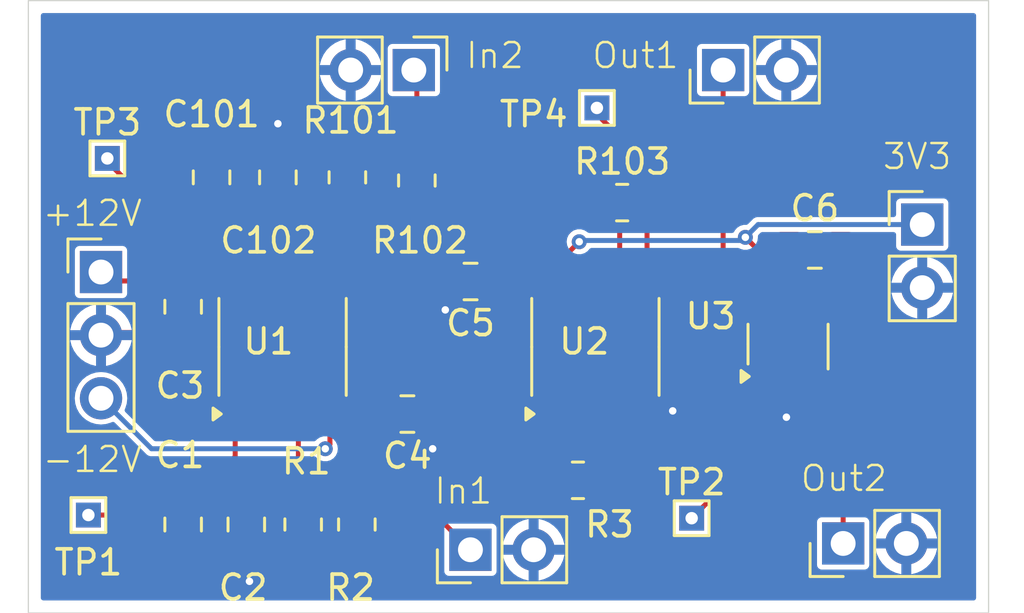
<source format=kicad_pcb>
(kicad_pcb (version 20240108) (generator "pcbnew") (generator_version "8.0")
  (layers (0 "F.Cu" signal) (31 "B.Cu" signal) (34 "B.Paste" user) (35 "F.Paste" user) (36 "B.SilkS" user "B.Silkscreen") (37 "F.SilkS" user "F.Silkscreen") (38 "B.Mask" user) (39 "F.Mask" user) (44 "Edge.Cuts" user))
  (net 0 "")
  (net 1 "Net-(C1-Pad1)")
  (net 2 "GND")
  (net 3 "Net-(U1A-+)")
  (net 4 "Net-(C101-Pad1)")
  (net 5 "Net-(U1B-+)")
  (net 6 "+12V")
  (net 7 "Net-(U2A-+)")
  (net 8 "Net-(U2B-+)")
  (net 9 "-12V")
  (net 10 "+3.3V")
  (net 11 "/Out1")
  (net 12 "/In2")
  (net 13 "/NFB1A")
  (net 14 "/NFB1B")
  (net 15 "/Clamp1")
  (net 16 "/Clamp2")
  (net 17 "/In1")
  (net 18 "/Out2")
  (footprint "Capacitor_SMD:C_0805_2012Metric_Pad1.18x1.45mm_HandSolder" (layer "F.Cu") (at 108.712 83.185 180)
    (property "Reference" "C4" (at 0 -1.68 0) (layer "F.SilkS"))
    (property "Value" "100nF")
    (fp_line (start -0.261252 0.735) (end 0.261252 0.735) (stroke (width 0.12)) (layer "F.SilkS"))
    (fp_line (start -0.261252 -0.735) (end 0.261252 -0.735) (stroke (width 0.12)) (layer "F.SilkS"))
    (pad "1" smd roundrect (at -1.0375 0 180) (size 1.175 1.45) (layers "F.Cu" "F.Paste" "F.Mask") (roundrect_rratio 0.212766) (net 2 "GND"))
    (pad "2" smd roundrect (at 1.0375 0 180) (size 1.175 1.45) (layers "F.Cu" "F.Paste" "F.Mask") (roundrect_rratio 0.212766) (net 9 "-12V"))
  )
  (footprint "Capacitor_SMD:C_0805_2012Metric_Pad1.18x1.45mm_HandSolder" (layer "F.Cu") (at 103.505 73.66 -90)
    (property "Reference" "C102" (at 2.54 0.381 180) (layer "F.SilkS"))
    (property "Value" "220pF")
    (fp_line (start -0.261252 0.735) (end 0.261252 0.735) (stroke (width 0.12)) (layer "F.SilkS"))
    (fp_line (start -0.261252 -0.735) (end 0.261252 -0.735) (stroke (width 0.12)) (layer "F.SilkS"))
    (pad "1" smd roundrect (at -1.0375 0 270) (size 1.175 1.45) (layers "F.Cu" "F.Paste" "F.Mask") (roundrect_rratio 0.212766) (net 2 "GND"))
    (pad "2" smd roundrect (at 1.0375 0 270) (size 1.175 1.45) (layers "F.Cu" "F.Paste" "F.Mask") (roundrect_rratio 0.212766) (net 5 "Net-(U1B-+)"))
  )
  (footprint "Capacitor_SMD:C_0805_2012Metric_Pad1.18x1.45mm_HandSolder" (layer "F.Cu") (at 99.695 87.63 90)
    (property "Reference" "C1" (at 2.794 -0.127 180) (layer "F.SilkS"))
    (property "Value" "470pF")
    (fp_line (start -0.261252 -0.735) (end 0.261252 -0.735) (stroke (width 0.12)) (layer "F.SilkS"))
    (fp_line (start -0.261252 0.735) (end 0.261252 0.735) (stroke (width 0.12)) (layer "F.SilkS"))
    (pad "1" smd roundrect (at -1.0375 0 90) (size 1.175 1.45) (layers "F.Cu" "F.Paste" "F.Mask") (roundrect_rratio 0.212766) (net 1 "Net-(C1-Pad1)"))
    (pad "2" smd roundrect (at 1.0375 0 90) (size 1.175 1.45) (layers "F.Cu" "F.Paste" "F.Mask") (roundrect_rratio 0.212766) (net 13 "/NFB1A"))
  )
  (footprint "Connector_PinHeader_2.54mm:PinHeader_1x02_P2.54mm_Vertical" (layer "F.Cu") (at 108.971 69.342 -90)
    (property "Reference" "J4" (hide yes))
    (property "Value" "In")
    (fp_line (start -1.33 3.87) (end 1.33 3.87) (stroke (width 0.12)) (layer "F.SilkS"))
    (fp_line (start -1.33 1.27) (end -1.33 3.87) (stroke (width 0.12)) (layer "F.SilkS"))
    (fp_line (start -1.33 1.27) (end 1.33 1.27) (stroke (width 0.12)) (layer "F.SilkS"))
    (fp_line (start 1.33 1.27) (end 1.33 3.87) (stroke (width 0.12)) (layer "F.SilkS"))
    (fp_line (start -1.33 0) (end -1.33 -1.33) (stroke (width 0.12)) (layer "F.SilkS"))
    (fp_line (start -1.33 -1.33) (end 0 -1.33) (stroke (width 0.12)) (layer "F.SilkS"))
    (pad "1" thru_hole rect (at 0 0 270) (size 1.7 1.7) (drill 1) (layers "*.Cu" "*.Mask") (net 12 "/In2"))
    (pad "2" thru_hole oval (at 0 2.54 270) (size 1.7 1.7) (drill 1) (layers "*.Cu" "*.Mask") (net 2 "GND"))
  )
  (footprint "Connector_PinHeader_2.54mm:PinHeader_1x02_P2.54mm_Vertical" (layer "F.Cu") (at 121.407 69.342 90)
    (property "Reference" "J3" (hide yes))
    (property "Value" "Out")
    (fp_line (start -1.33 -1.33) (end 0 -1.33) (stroke (width 0.12)) (layer "F.SilkS"))
    (fp_line (start -1.33 0) (end -1.33 -1.33) (stroke (width 0.12)) (layer "F.SilkS"))
    (fp_line (start 1.33 1.27) (end 1.33 3.87) (stroke (width 0.12)) (layer "F.SilkS"))
    (fp_line (start -1.33 1.27) (end 1.33 1.27) (stroke (width 0.12)) (layer "F.SilkS"))
    (fp_line (start -1.33 1.27) (end -1.33 3.87) (stroke (width 0.12)) (layer "F.SilkS"))
    (fp_line (start -1.33 3.87) (end 1.33 3.87) (stroke (width 0.12)) (layer "F.SilkS"))
    (pad "1" thru_hole rect (at 0 0 90) (size 1.7 1.7) (drill 1) (layers "*.Cu" "*.Mask") (net 11 "/Out1"))
    (pad "2" thru_hole oval (at 0 2.54 90) (size 1.7 1.7) (drill 1) (layers "*.Cu" "*.Mask") (net 2 "GND"))
  )
  (footprint "TestPoint:TestPoint_THTPad_1.0x1.0mm_Drill0.5mm" (layer "F.Cu") (at 116.332 70.866)
    (property "Reference" "TP4" (at -2.54 0.254 0) (layer "F.SilkS"))
    (property "Value" "TestPoint")
    (fp_line (start -0.7 -0.7) (end 0.7 -0.7) (stroke (width 0.12)) (layer "F.SilkS"))
    (fp_line (start -0.7 0.7) (end -0.7 -0.7) (stroke (width 0.12)) (layer "F.SilkS"))
    (fp_line (start 0.7 -0.7) (end 0.7 0.7) (stroke (width 0.12)) (layer "F.SilkS"))
    (fp_line (start 0.7 0.7) (end -0.7 0.7) (stroke (width 0.12)) (layer "F.SilkS"))
    (pad "1" thru_hole rect (at 0 0) (size 1 1) (drill 0.5) (layers "*.Cu" "*.Mask") (net 16 "/Clamp2"))
  )
  (footprint "Capacitor_SMD:C_0805_2012Metric_Pad1.18x1.45mm_HandSolder" (layer "F.Cu") (at 102.235 87.63 90)
    (property "Reference" "C2" (at -2.54 -0.127 180) (layer "F.SilkS"))
    (property "Value" "220pF")
    (fp_line (start -0.261252 -0.735) (end 0.261252 -0.735) (stroke (width 0.12)) (layer "F.SilkS"))
    (fp_line (start -0.261252 0.735) (end 0.261252 0.735) (stroke (width 0.12)) (layer "F.SilkS"))
    (pad "1" smd roundrect (at -1.0375 0 90) (size 1.175 1.45) (layers "F.Cu" "F.Paste" "F.Mask") (roundrect_rratio 0.212766) (net 2 "GND"))
    (pad "2" smd roundrect (at 1.0375 0 90) (size 1.175 1.45) (layers "F.Cu" "F.Paste" "F.Mask") (roundrect_rratio 0.212766) (net 3 "Net-(U1A-+)"))
  )
  (footprint "Resistor_SMD:R_0805_2012Metric_Pad1.20x1.40mm_HandSolder" (layer "F.Cu") (at 104.521 87.63 90)
    (property "Reference" "R1" (at 2.54 0.127 180) (layer "F.SilkS"))
    (property "Value" "47k")
    (fp_line (start -0.227064 -0.735) (end 0.227064 -0.735) (stroke (width 0.12)) (layer "F.SilkS"))
    (fp_line (start -0.227064 0.735) (end 0.227064 0.735) (stroke (width 0.12)) (layer "F.SilkS"))
    (pad "1" smd roundrect (at -1 0 90) (size 1.2 1.4) (layers "F.Cu" "F.Paste" "F.Mask") (roundrect_rratio 0.208333) (net 1 "Net-(C1-Pad1)"))
    (pad "2" smd roundrect (at 1 0 90) (size 1.2 1.4) (layers "F.Cu" "F.Paste" "F.Mask") (roundrect_rratio 0.208333) (net 3 "Net-(U1A-+)"))
  )
  (footprint "Capacitor_SMD:C_0805_2012Metric_Pad1.18x1.45mm_HandSolder" (layer "F.Cu") (at 125.095 76.581)
    (property "Reference" "C6" (at 0 -1.68 0) (layer "F.SilkS"))
    (property "Value" "100nF")
    (fp_line (start -0.261252 -0.735) (end 0.261252 -0.735) (stroke (width 0.12)) (layer "F.SilkS"))
    (fp_line (start -0.261252 0.735) (end 0.261252 0.735) (stroke (width 0.12)) (layer "F.SilkS"))
    (pad "1" smd roundrect (at -1.0375 0) (size 1.175 1.45) (layers "F.Cu" "F.Paste" "F.Mask") (roundrect_rratio 0.212766) (net 10 "+3.3V"))
    (pad "2" smd roundrect (at 1.0375 0) (size 1.175 1.45) (layers "F.Cu" "F.Paste" "F.Mask") (roundrect_rratio 0.212766) (net 2 "GND"))
  )
  (footprint "TestPoint:TestPoint_THTPad_1.0x1.0mm_Drill0.5mm" (layer "F.Cu") (at 120.142 87.376)
    (property "Reference" "TP2" (at 0 -1.448 0) (layer "F.SilkS"))
    (property "Value" "TestPoint")
    (fp_line (start -0.7 -0.7) (end 0.7 -0.7) (stroke (width 0.12)) (layer "F.SilkS"))
    (fp_line (start -0.7 0.7) (end -0.7 -0.7) (stroke (width 0.12)) (layer "F.SilkS"))
    (fp_line (start 0.7 -0.7) (end 0.7 0.7) (stroke (width 0.12)) (layer "F.SilkS"))
    (fp_line (start 0.7 0.7) (end -0.7 0.7) (stroke (width 0.12)) (layer "F.SilkS"))
    (pad "1" thru_hole rect (at 0 0) (size 1 1) (drill 0.5) (layers "*.Cu" "*.Mask") (net 15 "/Clamp1"))
  )
  (footprint "Package_SO:SOIC-8_3.9x4.9mm_P1.27mm" (layer "F.Cu") (at 116.271 80.483 90)
    (property "Reference" "U2" (at 0.219 -0.447 180) (layer "F.SilkS"))
    (property "Value" "OPA2365")
    (fp_line (start 0 -2.56) (end 1.95 -2.56) (stroke (width 0.12)) (layer "F.SilkS"))
    (fp_line (start 0 -2.56) (end -1.95 -2.56) (stroke (width 0.12)) (layer "F.SilkS"))
    (fp_line (start 0 2.56) (end 1.95 2.56) (stroke (width 0.12)) (layer "F.SilkS"))
    (fp_line (start 0 2.56) (end -1.95 2.56) (stroke (width 0.12)) (layer "F.SilkS"))
    (fp_poly (pts (xy -2.7 -2.465) (xy -2.94 -2.795) (xy -2.46 -2.795) (xy -2.7 -2.465)) (stroke (width 0.12)) (fill solid) (layer "F.SilkS"))
    (pad "1" smd roundrect (at -2.475 -1.905 90) (size 1.95 0.6) (layers "F.Cu" "F.Paste" "F.Mask") (net 15 "/Clamp1"))
    (pad "2" smd roundrect (at -2.475 -0.635 90) (size 1.95 0.6) (layers "F.Cu" "F.Paste" "F.Mask") (net 15 "/Clamp1"))
    (pad "3" smd roundrect (at -2.475 0.635 90) (size 1.95 0.6) (layers "F.Cu" "F.Paste" "F.Mask") (net 7 "Net-(U2A-+)"))
    (pad "4" smd roundrect (at -2.475 1.905 90) (size 1.95 0.6) (layers "F.Cu" "F.Paste" "F.Mask") (net 2 "GND"))
    (pad "5" smd roundrect (at 2.475 1.905 90) (size 1.95 0.6) (layers "F.Cu" "F.Paste" "F.Mask") (net 8 "Net-(U2B-+)"))
    (pad "6" smd roundrect (at 2.475 0.635 90) (size 1.95 0.6) (layers "F.Cu" "F.Paste" "F.Mask") (net 16 "/Clamp2"))
    (pad "7" smd roundrect (at 2.475 -0.635 90) (size 1.95 0.6) (layers "F.Cu" "F.Paste" "F.Mask") (net 16 "/Clamp2"))
    (pad "8" smd roundrect (at 2.475 -1.905 90) (size 1.95 0.6) (layers "F.Cu" "F.Paste" "F.Mask") (net 10 "+3.3V"))
  )
  (footprint "Connector_PinHeader_2.54mm:PinHeader_1x03_P2.54mm_Vertical" (layer "F.Cu") (at 96.393 77.47)
    (property "Reference" "J1" (hide yes))
    (property "Value" "12V power")
    (fp_line (start -1.33 -1.33) (end 0 -1.33) (stroke (width 0.12)) (layer "F.SilkS"))
    (fp_line (start -1.33 0) (end -1.33 -1.33) (stroke (width 0.12)) (layer "F.SilkS"))
    (fp_line (start -1.33 1.27) (end -1.33 6.41) (stroke (width 0.12)) (layer "F.SilkS"))
    (fp_line (start -1.33 1.27) (end 1.33 1.27) (stroke (width 0.12)) (layer "F.SilkS"))
    (fp_line (start -1.33 6.41) (end 1.33 6.41) (stroke (width 0.12)) (layer "F.SilkS"))
    (fp_line (start 1.33 1.27) (end 1.33 6.41) (stroke (width 0.12)) (layer "F.SilkS"))
    (pad "1" thru_hole rect (at 0 0) (size 1.7 1.7) (drill 1) (layers "*.Cu" "*.Mask") (net 6 "+12V"))
    (pad "2" thru_hole oval (at 0 2.54) (size 1.7 1.7) (drill 1) (layers "*.Cu" "*.Mask") (net 2 "GND"))
    (pad "3" thru_hole oval (at 0 5.08) (size 1.7 1.7) (drill 1) (layers "*.Cu" "*.Mask") (net 9 "-12V"))
  )
  (footprint "Resistor_SMD:R_0805_2012Metric_Pad1.20x1.40mm_HandSolder" (layer "F.Cu") (at 115.57 85.852)
    (property "Reference" "R3" (at 1.27 1.778 0) (layer "F.SilkS"))
    (property "Value" "2k")
    (fp_line (start -0.227064 -0.735) (end 0.227064 -0.735) (stroke (width 0.12)) (layer "F.SilkS"))
    (fp_line (start -0.227064 0.735) (end 0.227064 0.735) (stroke (width 0.12)) (layer "F.SilkS"))
    (pad "1" smd roundrect (at -1 0) (size 1.2 1.4) (layers "F.Cu" "F.Paste" "F.Mask") (roundrect_rratio 0.208333) (net 13 "/NFB1A"))
    (pad "2" smd roundrect (at 1 0) (size 1.2 1.4) (layers "F.Cu" "F.Paste" "F.Mask") (roundrect_rratio 0.208333) (net 7 "Net-(U2A-+)"))
  )
  (footprint "Capacitor_SMD:C_0805_2012Metric_Pad1.18x1.45mm_HandSolder" (layer "F.Cu") (at 111.252 77.851 180)
    (property "Reference" "C5" (at 0 -1.68 0) (layer "F.SilkS"))
    (property "Value" "100nF")
    (fp_line (start -0.261252 0.735) (end 0.261252 0.735) (stroke (width 0.12)) (layer "F.SilkS"))
    (fp_line (start -0.261252 -0.735) (end 0.261252 -0.735) (stroke (width 0.12)) (layer "F.SilkS"))
    (pad "1" smd roundrect (at -1.0375 0 180) (size 1.175 1.45) (layers "F.Cu" "F.Paste" "F.Mask") (roundrect_rratio 0.212766) (net 10 "+3.3V"))
    (pad "2" smd roundrect (at 1.0375 0 180) (size 1.175 1.45) (layers "F.Cu" "F.Paste" "F.Mask") (roundrect_rratio 0.212766) (net 2 "GND"))
  )
  (footprint "Connector_PinHeader_2.54mm:PinHeader_1x02_P2.54mm_Vertical" (layer "F.Cu") (at 126.233 88.392 90)
    (property "Reference" "J6" (hide yes))
    (property "Value" "Out")
    (fp_line (start -1.33 -1.33) (end 0 -1.33) (stroke (width 0.12)) (layer "F.SilkS"))
    (fp_line (start -1.33 0) (end -1.33 -1.33) (stroke (width 0.12)) (layer "F.SilkS"))
    (fp_line (start 1.33 1.27) (end 1.33 3.87) (stroke (width 0.12)) (layer "F.SilkS"))
    (fp_line (start -1.33 1.27) (end 1.33 1.27) (stroke (width 0.12)) (layer "F.SilkS"))
    (fp_line (start -1.33 1.27) (end -1.33 3.87) (stroke (width 0.12)) (layer "F.SilkS"))
    (fp_line (start -1.33 3.87) (end 1.33 3.87) (stroke (width 0.12)) (layer "F.SilkS"))
    (pad "1" thru_hole rect (at 0 0 90) (size 1.7 1.7) (drill 1) (layers "*.Cu" "*.Mask") (net 18 "/Out2"))
    (pad "2" thru_hole oval (at 0 2.54 90) (size 1.7 1.7) (drill 1) (layers "*.Cu" "*.Mask") (net 2 "GND"))
  )
  (footprint "Resistor_SMD:R_0805_2012Metric_Pad1.20x1.40mm_HandSolder" (layer "F.Cu") (at 106.68 87.63 -90)
    (property "Reference" "R2" (at 2.54 0.254 180) (layer "F.SilkS"))
    (property "Value" "47k")
    (fp_line (start -0.227064 0.735) (end 0.227064 0.735) (stroke (width 0.12)) (layer "F.SilkS"))
    (fp_line (start -0.227064 -0.735) (end 0.227064 -0.735) (stroke (width 0.12)) (layer "F.SilkS"))
    (pad "1" smd roundrect (at -1 0 270) (size 1.2 1.4) (layers "F.Cu" "F.Paste" "F.Mask") (roundrect_rratio 0.208333) (net 17 "/In1"))
    (pad "2" smd roundrect (at 1 0 270) (size 1.2 1.4) (layers "F.Cu" "F.Paste" "F.Mask") (roundrect_rratio 0.208333) (net 1 "Net-(C1-Pad1)"))
  )
  (footprint "Package_TO_SOT_SMD:SOT-23-6_Handsoldering" (layer "F.Cu") (at 124.018 80.471 90)
    (property "Reference" "U3" (at 1.223 -3.114 180) (layer "F.SilkS"))
    (property "Value" "74LVC2G17")
    (fp_line (start 0.1 -1.61) (end 0.9 -1.61) (stroke (width 0.12)) (layer "F.SilkS"))
    (fp_line (start 0.1 -1.61) (end -0.7 -1.61) (stroke (width 0.12)) (layer "F.SilkS"))
    (fp_line (start -0.9 1.61) (end 0.9 1.61) (stroke (width 0.12)) (layer "F.SilkS"))
    (fp_poly (pts (xy -1.2 -1.56) (xy -1.44 -1.89) (xy -0.96 -1.89) (xy -1.2 -1.56)) (stroke (width 0.12)) (fill solid) (layer "F.SilkS"))
    (pad "1" smd roundrect (at -1.35 -0.95 90) (size 1.56 0.65) (layers "F.Cu" "F.Paste" "F.Mask") (net 15 "/Clamp1"))
    (pad "2" smd roundrect (at -1.35 0 90) (size 1.56 0.65) (layers "F.Cu" "F.Paste" "F.Mask") (net 2 "GND"))
    (pad "3" smd roundrect (at -1.35 0.95 90) (size 1.56 0.65) (layers "F.Cu" "F.Paste" "F.Mask") (net 16 "/Clamp2"))
    (pad "4" smd roundrect (at 1.35 0.95 90) (size 1.56 0.65) (layers "F.Cu" "F.Paste" "F.Mask") (net 18 "/Out2"))
    (pad "5" smd roundrect (at 1.35 0 90) (size 1.56 0.65) (layers "F.Cu" "F.Paste" "F.Mask") (net 10 "+3.3V"))
    (pad "6" smd roundrect (at 1.35 -0.95 90) (size 1.56 0.65) (layers "F.Cu" "F.Paste" "F.Mask") (net 11 "/Out1"))
  )
  (footprint "Resistor_SMD:R_0805_2012Metric_Pad1.20x1.40mm_HandSolder" (layer "F.Cu") (at 106.299 73.66 -90)
    (property "Reference" "R101" (at -2.286 -0.127 180) (layer "F.SilkS"))
    (property "Value" "47k")
    (fp_line (start -0.227064 0.735) (end 0.227064 0.735) (stroke (width 0.12)) (layer "F.SilkS"))
    (fp_line (start -0.227064 -0.735) (end 0.227064 -0.735) (stroke (width 0.12)) (layer "F.SilkS"))
    (pad "1" smd roundrect (at -1 0 270) (size 1.2 1.4) (layers "F.Cu" "F.Paste" "F.Mask") (roundrect_rratio 0.208333) (net 4 "Net-(C101-Pad1)"))
    (pad "2" smd roundrect (at 1 0 270) (size 1.2 1.4) (layers "F.Cu" "F.Paste" "F.Mask") (roundrect_rratio 0.208333) (net 5 "Net-(U1B-+)"))
  )
  (footprint "TestPoint:TestPoint_THTPad_1.0x1.0mm_Drill0.5mm" (layer "F.Cu") (at 95.885 87.249)
    (property "Reference" "TP1" (at 0 1.905 0) (layer "F.SilkS"))
    (property "Value" "TestPoint")
    (fp_line (start -0.7 -0.7) (end 0.7 -0.7) (stroke (width 0.12)) (layer "F.SilkS"))
    (fp_line (start -0.7 0.7) (end -0.7 -0.7) (stroke (width 0.12)) (layer "F.SilkS"))
    (fp_line (start 0.7 -0.7) (end 0.7 0.7) (stroke (width 0.12)) (layer "F.SilkS"))
    (fp_line (start 0.7 0.7) (end -0.7 0.7) (stroke (width 0.12)) (layer "F.SilkS"))
    (pad "1" thru_hole rect (at 0 0) (size 1 1) (drill 0.5) (layers "*.Cu" "*.Mask") (net 13 "/NFB1A"))
  )
  (footprint "Capacitor_SMD:C_0805_2012Metric_Pad1.18x1.45mm_HandSolder" (layer "F.Cu") (at 99.695 78.867 -90)
    (property "Reference" "C3" (at 3.175 0.127 180) (layer "F.SilkS"))
    (property "Value" "100nF")
    (fp_line (start -0.261252 0.735) (end 0.261252 0.735) (stroke (width 0.12)) (layer "F.SilkS"))
    (fp_line (start -0.261252 -0.735) (end 0.261252 -0.735) (stroke (width 0.12)) (layer "F.SilkS"))
    (pad "1" smd roundrect (at -1.0375 0 270) (size 1.175 1.45) (layers "F.Cu" "F.Paste" "F.Mask") (roundrect_rratio 0.212766) (net 6 "+12V"))
    (pad "2" smd roundrect (at 1.0375 0 270) (size 1.175 1.45) (layers "F.Cu" "F.Paste" "F.Mask") (roundrect_rratio 0.212766) (net 2 "GND"))
  )
  (footprint "Connector_PinHeader_2.54mm:PinHeader_1x02_P2.54mm_Vertical" (layer "F.Cu") (at 111.247 88.646 90)
    (property "Reference" "J5" (hide yes))
    (property "Value" "In")
    (fp_line (start -1.33 -1.33) (end 0 -1.33) (stroke (width 0.12)) (layer "F.SilkS"))
    (fp_line (start -1.33 0) (end -1.33 -1.33) (stroke (width 0.12)) (layer "F.SilkS"))
    (fp_line (start 1.33 1.27) (end 1.33 3.87) (stroke (width 0.12)) (layer "F.SilkS"))
    (fp_line (start -1.33 1.27) (end 1.33 1.27) (stroke (width 0.12)) (layer "F.SilkS"))
    (fp_line (start -1.33 1.27) (end -1.33 3.87) (stroke (width 0.12)) (layer "F.SilkS"))
    (fp_line (start -1.33 3.87) (end 1.33 3.87) (stroke (width 0.12)) (layer "F.SilkS"))
    (pad "1" thru_hole rect (at 0 0 90) (size 1.7 1.7) (drill 1) (layers "*.Cu" "*.Mask") (net 17 "/In1"))
    (pad "2" thru_hole oval (at 0 2.54 90) (size 1.7 1.7) (drill 1) (layers "*.Cu" "*.Mask") (net 2 "GND"))
  )
  (footprint "Connector_PinHeader_2.54mm:PinHeader_1x02_P2.54mm_Vertical" (layer "F.Cu") (at 129.413 75.56)
    (property "Reference" "J2" (hide yes))
    (property "Value" "3V3 Power")
    (fp_line (start -1.33 -1.33) (end 0 -1.33) (stroke (width 0.12)) (layer "F.SilkS"))
    (fp_line (start -1.33 0) (end -1.33 -1.33) (stroke (width 0.12)) (layer "F.SilkS"))
    (fp_line (start -1.33 1.27) (end -1.33 3.87) (stroke (width 0.12)) (layer "F.SilkS"))
    (fp_line (start -1.33 1.27) (end 1.33 1.27) (stroke (width 0.12)) (layer "F.SilkS"))
    (fp_line (start -1.33 3.87) (end 1.33 3.87) (stroke (width 0.12)) (layer "F.SilkS"))
    (fp_line (start 1.33 1.27) (end 1.33 3.87) (stroke (width 0.12)) (layer "F.SilkS"))
    (pad "1" thru_hole rect (at 0 0) (size 1.7 1.7) (drill 1) (layers "*.Cu" "*.Mask") (net 10 "+3.3V"))
    (pad "2" thru_hole oval (at 0 2.54) (size 1.7 1.7) (drill 1) (layers "*.Cu" "*.Mask") (net 2 "GND"))
  )
  (footprint "Package_SO:SOIC-8_3.9x4.9mm_P1.27mm" (layer "F.Cu") (at 103.693 80.483 90)
    (property "Reference" "U1" (at 0.219 -0.569 180) (layer "F.SilkS"))
    (property "Value" "TL072")
    (fp_line (start 0 -2.56) (end 1.95 -2.56) (stroke (width 0.12)) (layer "F.SilkS"))
    (fp_line (start 0 -2.56) (end -1.95 -2.56) (stroke (width 0.12)) (layer "F.SilkS"))
    (fp_line (start 0 2.56) (end 1.95 2.56) (stroke (width 0.12)) (layer "F.SilkS"))
    (fp_line (start 0 2.56) (end -1.95 2.56) (stroke (width 0.12)) (layer "F.SilkS"))
    (fp_poly (pts (xy -2.7 -2.465) (xy -2.94 -2.795) (xy -2.46 -2.795) (xy -2.7 -2.465)) (stroke (width 0.12)) (fill solid) (layer "F.SilkS"))
    (pad "1" smd roundrect (at -2.475 -1.905 90) (size 1.95 0.6) (layers "F.Cu" "F.Paste" "F.Mask") (net 13 "/NFB1A"))
    (pad "2" smd roundrect (at -2.475 -0.635 90) (size 1.95 0.6) (layers "F.Cu" "F.Paste" "F.Mask") (net 13 "/NFB1A"))
    (pad "3" smd roundrect (at -2.475 0.635 90) (size 1.95 0.6) (layers "F.Cu" "F.Paste" "F.Mask") (net 3 "Net-(U1A-+)"))
    (pad "4" smd roundrect (at -2.475 1.905 90) (size 1.95 0.6) (layers "F.Cu" "F.Paste" "F.Mask") (net 9 "-12V"))
    (pad "5" smd roundrect (at 2.475 1.905 90) (size 1.95 0.6) (layers "F.Cu" "F.Paste" "F.Mask") (net 5 "Net-(U1B-+)"))
    (pad "6" smd roundrect (at 2.475 0.635 90) (size 1.95 0.6) (layers "F.Cu" "F.Paste" "F.Mask") (net 14 "/NFB1B"))
    (pad "7" smd roundrect (at 2.475 -0.635 90) (size 1.95 0.6) (layers "F.Cu" "F.Paste" "F.Mask") (net 14 "/NFB1B"))
    (pad "8" smd roundrect (at 2.475 -1.905 90) (size 1.95 0.6) (layers "F.Cu" "F.Paste" "F.Mask") (net 6 "+12V"))
  )
  (footprint "Resistor_SMD:R_0805_2012Metric_Pad1.20x1.40mm_HandSolder" (layer "F.Cu") (at 117.348 74.676)
    (property "Reference" "R103" (at 0 -1.65 0) (layer "F.SilkS"))
    (property "Value" "2k")
    (fp_line (start -0.227064 -0.735) (end 0.227064 -0.735) (stroke (width 0.12)) (layer "F.SilkS"))
    (fp_line (start -0.227064 0.735) (end 0.227064 0.735) (stroke (width 0.12)) (layer "F.SilkS"))
    (pad "1" smd roundrect (at -1 0) (size 1.2 1.4) (layers "F.Cu" "F.Paste" "F.Mask") (roundrect_rratio 0.208333) (net 14 "/NFB1B"))
    (pad "2" smd roundrect (at 1 0) (size 1.2 1.4) (layers "F.Cu" "F.Paste" "F.Mask") (roundrect_rratio 0.208333) (net 8 "Net-(U2B-+)"))
  )
  (footprint "Resistor_SMD:R_0805_2012Metric_Pad1.20x1.40mm_HandSolder" (layer "F.Cu") (at 109.093 73.787 -90)
    (property "Reference" "R102" (at 2.413 -0.127 180) (layer "F.SilkS"))
    (property "Value" "47k")
    (fp_line (start -0.227064 0.735) (end 0.227064 0.735) (stroke (width 0.12)) (layer "F.SilkS"))
    (fp_line (start -0.227064 -0.735) (end 0.227064 -0.735) (stroke (width 0.12)) (layer "F.SilkS"))
    (pad "1" smd roundrect (at -1 0 270) (size 1.2 1.4) (layers "F.Cu" "F.Paste" "F.Mask") (roundrect_rratio 0.208333) (net 12 "/In2"))
    (pad "2" smd roundrect (at 1 0 270) (size 1.2 1.4) (layers "F.Cu" "F.Paste" "F.Mask") (roundrect_rratio 0.208333) (net 4 "Net-(C101-Pad1)"))
  )
  (footprint "TestPoint:TestPoint_THTPad_1.0x1.0mm_Drill0.5mm" (layer "F.Cu") (at 96.647 72.898)
    (property "Reference" "TP3" (at 0 -1.448 0) (layer "F.SilkS"))
    (property "Value" "TestPoint")
    (fp_line (start -0.7 -0.7) (end 0.7 -0.7) (stroke (width 0.12)) (layer "F.SilkS"))
    (fp_line (start -0.7 0.7) (end -0.7 -0.7) (stroke (width 0.12)) (layer "F.SilkS"))
    (fp_line (start 0.7 -0.7) (end 0.7 0.7) (stroke (width 0.12)) (layer "F.SilkS"))
    (fp_line (start 0.7 0.7) (end -0.7 0.7) (stroke (width 0.12)) (layer "F.SilkS"))
    (pad "1" thru_hole rect (at 0 0) (size 1 1) (drill 0.5) (layers "*.Cu" "*.Mask") (net 14 "/NFB1B"))
  )
  (footprint "Capacitor_SMD:C_0805_2012Metric_Pad1.18x1.45mm_HandSolder" (layer "F.Cu") (at 100.838 73.66 -90)
    (property "Reference" "C101" (at -2.54 0 180) (layer "F.SilkS"))
    (property "Value" "470pF")
    (fp_line (start -0.261252 0.735) (end 0.261252 0.735) (stroke (width 0.12)) (layer "F.SilkS"))
    (fp_line (start -0.261252 -0.735) (end 0.261252 -0.735) (stroke (width 0.12)) (layer "F.SilkS"))
    (pad "1" smd roundrect (at -1.0375 0 270) (size 1.175 1.45) (layers "F.Cu" "F.Paste" "F.Mask") (roundrect_rratio 0.212766) (net 4 "Net-(C101-Pad1)"))
    (pad "2" smd roundrect (at 1.0375 0 270) (size 1.175 1.45) (layers "F.Cu" "F.Paste" "F.Mask") (roundrect_rratio 0.212766) (net 14 "/NFB1B"))
  )
  (gr_rect (start 93.472 66.548) (end 132.08 91.186) (stroke (width 0.05)) (fill none) (layer "Edge.Cuts"))
  (gr_text "-12V" (at 93.98 85.598 0) (layer "F.SilkS") (effects (font (size 1 1) (thickness 0.1)) (justify left bottom)))
  (gr_text "3V3" (at 127.762 73.406 0) (layer "F.SilkS") (effects (font (size 1 1) (thickness 0.1)) (justify left bottom)))
  (gr_text "In2" (at 110.998 69.342 0) (layer "F.SilkS") (effects (font (size 1 1) (thickness 0.1)) (justify left bottom)))
  (gr_text "+12V" (at 93.98 75.692 0) (layer "F.SilkS") (effects (font (size 1 1) (thickness 0.1)) (justify left bottom)))
  (gr_text "Out1" (at 116.078 69.342 0) (layer "F.SilkS") (effects (font (size 1 1) (thickness 0.1)) (justify left bottom)))
  (gr_text "In1" (at 109.728 86.868 0) (layer "F.SilkS") (effects (font (size 1 1) (thickness 0.1)) (justify left bottom)))
  (gr_text "Out2" (at 124.46 86.36 0) (layer "F.SilkS") (effects (font (size 1 1) (thickness 0.1)) (justify left bottom)))
  (segment (start 103.632 87.63) (end 100.584 87.63) (width 0.2) (layer "F.Cu") (net 1))
  (segment (start 104.521 88.63) (end 104.521 88.519) (width 0.2) (layer "F.Cu") (net 1))
  (segment (start 100.584 87.63) (end 99.695 88.519) (width 0.2) (layer "F.Cu") (net 1))
  (segment (start 99.695 88.519) (end 99.695 88.6675) (width 0.2) (layer "F.Cu") (net 1))
  (segment (start 106.68 88.63) (end 104.521 88.63) (width 0.2) (layer "F.Cu") (net 1))
  (segment (start 104.521 88.519) (end 103.632 87.63) (width 0.2) (layer "F.Cu") (net 1))
  (segment (start 127.376 78.1) (end 127.254 77.978) (width 0.2) (layer "F.Cu") (net 2))
  (segment (start 124.018 81.821) (end 124.018 83.246) (width 0.2) (layer "F.Cu") (net 2))
  (segment (start 102.235 89.789) (end 102.362 89.916) (width 0.2) (layer "F.Cu") (net 2))
  (segment (start 129.413 78.1) (end 127.376 78.1) (width 0.2) (layer "F.Cu") (net 2))
  (segment (start 126.1325 76.581) (end 127.254 77.7025) (width 0.2) (layer "F.Cu") (net 2))
  (segment (start 103.505 72.6225) (end 103.505 71.501) (width 0.2) (layer "F.Cu") (net 2))
  (segment (start 110.2145 78.9725) (end 110.236 78.994) (width 0.2) (layer "F.Cu") (net 2))
  (segment (start 124.018 83.246) (end 123.952 83.312) (width 0.2) (layer "F.Cu") (net 2))
  (segment (start 118.176 82.958) (end 119.28 82.958) (width 0.2) (layer "F.Cu") (net 2))
  (segment (start 103.632 71.374) (end 103.505 71.501) (width 0.2) (layer "F.Cu") (net 2))
  (segment (start 119.28 82.958) (end 119.38 83.058) (width 0.2) (layer "F.Cu") (net 2))
  (segment (start 109.7495 84.5605) (end 109.728 84.582) (width 0.2) (layer "F.Cu") (net 2))
  (segment (start 99.695 79.9045) (end 96.4985 79.9045) (width 0.2) (layer "F.Cu") (net 2))
  (segment (start 102.235 88.6675) (end 102.235 89.789) (width 0.2) (layer "F.Cu") (net 2))
  (segment (start 96.4985 79.9045) (end 96.393 80.01) (width 0.2) (layer "F.Cu") (net 2))
  (segment (start 127.254 77.7025) (end 127.254 77.978) (width 0.2) (layer "F.Cu") (net 2))
  (segment (start 110.2145 77.851) (end 110.2145 78.9725) (width 0.2) (layer "F.Cu") (net 2))
  (segment (start 109.7495 83.185) (end 109.7495 84.5605) (width 0.2) (layer "F.Cu") (net 2))
  (via (at 109.728 84.582) (size 0.6) (drill 0.3) (layers "F.Cu" "B.Cu") (net 2))
  (via (at 103.505 71.501) (size 0.6) (drill 0.3) (layers "F.Cu" "B.Cu") (net 2))
  (via (at 123.952 83.312) (size 0.6) (drill 0.3) (layers "F.Cu" "B.Cu") (net 2))
  (via (at 110.236 78.994) (size 0.6) (drill 0.3) (layers "F.Cu" "B.Cu") (net 2))
  (via (at 119.38 83.058) (size 0.6) (drill 0.3) (layers "F.Cu" "B.Cu") (net 2))
  (via (at 102.362 89.916) (size 0.6) (drill 0.3) (layers "F.Cu" "B.Cu") (net 2))
  (segment (start 104.328 86.437) (end 104.521 86.63) (width 0.2) (layer "F.Cu") (net 3))
  (segment (start 104.4835 86.5925) (end 104.521 86.63) (width 0.2) (layer "F.Cu") (net 3))
  (segment (start 102.235 86.5925) (end 104.4835 86.5925) (width 0.2) (layer "F.Cu") (net 3))
  (segment (start 104.328 82.958) (end 104.328 86.437) (width 0.2) (layer "F.Cu") (net 3))
  (segment (start 105.156 73.66) (end 101.8755 73.66) (width 0.2) (layer "F.Cu") (net 4))
  (segment (start 106.156 72.66) (end 105.156 73.66) (width 0.2) (layer "F.Cu") (net 4))
  (segment (start 101.8755 73.66) (end 100.838 72.6225) (width 0.2) (layer "F.Cu") (net 4))
  (segment (start 109.093 74.787) (end 108.426 74.787) (width 0.2) (layer "F.Cu") (net 4))
  (segment (start 106.299 72.66) (end 106.156 72.66) (width 0.2) (layer "F.Cu") (net 4))
  (segment (start 108.426 74.787) (end 106.299 72.66) (width 0.2) (layer "F.Cu") (net 4))
  (segment (start 106.299 75.819) (end 106.299 74.66) (width 0.2) (layer "F.Cu") (net 5))
  (segment (start 106.2615 74.6975) (end 106.299 74.66) (width 0.2) (layer "F.Cu") (net 5))
  (segment (start 103.505 74.6975) (end 106.2615 74.6975) (width 0.2) (layer "F.Cu") (net 5))
  (segment (start 105.598 76.52) (end 106.299 75.819) (width 0.2) (layer "F.Cu") (net 5))
  (segment (start 105.598 78.008) (end 105.598 76.52) (width 0.2) (layer "F.Cu") (net 5))
  (segment (start 101.788 78.008) (end 99.8735 78.008) (width 0.2) (layer "F.Cu") (net 6))
  (segment (start 99.695 77.8295) (end 96.7525 77.8295) (width 0.2) (layer "F.Cu") (net 6))
  (segment (start 96.7525 77.8295) (end 96.393 77.47) (width 0.2) (layer "F.Cu") (net 6))
  (segment (start 99.8735 78.008) (end 99.695 77.8295) (width 0.2) (layer "F.Cu") (net 6))
  (segment (start 116.906 85.516) (end 116.57 85.852) (width 0.2) (layer "F.Cu") (net 7))
  (segment (start 116.906 82.958) (end 116.906 85.516) (width 0.2) (layer "F.Cu") (net 7))
  (segment (start 118.348 77.836) (end 118.176 78.008) (width 0.2) (layer "F.Cu") (net 8))
  (segment (start 118.348 74.676) (end 118.348 77.836) (width 0.2) (layer "F.Cu") (net 8))
  (segment (start 105.598 84.394) (end 105.41 84.582) (width 0.2) (layer "F.Cu") (net 9))
  (segment (start 107.4475 82.958) (end 107.6745 83.185) (width 0.2) (layer "F.Cu") (net 9))
  (segment (start 105.598 82.958) (end 107.4475 82.958) (width 0.2) (layer "F.Cu") (net 9))
  (segment (start 105.598 82.958) (end 105.598 84.394) (width 0.2) (layer "F.Cu") (net 9))
  (via (at 105.41 84.582) (size 0.6) (drill 0.3) (layers "F.Cu" "B.Cu") (net 9))
  (segment (start 98.425 84.582) (end 98.806 84.582) (width 0.2) (layer "B.Cu") (net 9))
  (segment (start 96.393 82.55) (end 98.425 84.582) (width 0.2) (layer "B.Cu") (net 9))
  (segment (start 98.806 84.582) (end 105.41 84.582) (width 0.2) (layer "B.Cu") (net 9))
  (segment (start 124.0575 76.581) (end 122.809 76.581) (width 0.2) (layer "F.Cu") (net 10))
  (segment (start 114.366 78.008) (end 114.366 77.50653) (width 0.2) (layer "F.Cu") (net 10))
  (segment (start 124.018 76.6205) (end 124.0575 76.581) (width 0.2) (layer "F.Cu") (net 10))
  (segment (start 122.809 76.581) (end 122.301 76.073) (width 0.2) (layer "F.Cu") (net 10))
  (segment (start 114.366 77.50653) (end 115.621265 76.251265) (width 0.2) (layer "F.Cu") (net 10))
  (segment (start 112.2895 77.851) (end 114.209 77.851) (width 0.2) (layer "F.Cu") (net 10))
  (segment (start 114.209 77.851) (end 114.366 78.008) (width 0.2) (layer "F.Cu") (net 10))
  (segment (start 124.018 79.121) (end 124.018 76.6205) (width 0.2) (layer "F.Cu") (net 10))
  (via (at 122.301 76.073) (size 0.6) (drill 0.3) (layers "F.Cu" "B.Cu") (net 10))
  (via (at 115.621265 76.251265) (size 0.6) (drill 0.3) (layers "F.Cu" "B.Cu") (net 10))
  (segment (start 122.814 75.56) (end 122.301 76.073) (width 0.2) (layer "B.Cu") (net 10))
  (segment (start 122.174 76.2) (end 115.57 76.2) (width 0.2) (layer "B.Cu") (net 10))
  (segment (start 129.413 75.56) (end 122.814 75.56) (width 0.2) (layer "B.Cu") (net 10))
  (segment (start 115.57 76.2) (end 115.621265 76.251265) (width 0.2) (layer "B.Cu") (net 10))
  (segment (start 122.301 76.073) (end 122.174 76.2) (width 0.2) (layer "B.Cu") (net 10))
  (segment (start 121.412 77.216) (end 121.407 77.211) (width 0.2) (layer "F.Cu") (net 11))
  (segment (start 121.407 77.211) (end 121.407 69.342) (width 0.2) (layer "F.Cu") (net 11))
  (segment (start 123.068 79.121) (end 121.412 77.465) (width 0.2) (layer "F.Cu") (net 11))
  (segment (start 121.412 77.465) (end 121.412 77.216) (width 0.2) (layer "F.Cu") (net 11))
  (segment (start 108.717 72.411) (end 109.093 72.787) (width 0.2) (layer "F.Cu") (net 12))
  (segment (start 109.093 69.464) (end 108.971 69.342) (width 0.2) (layer "F.Cu") (net 12))
  (segment (start 109.093 72.787) (end 109.093 69.464) (width 0.2) (layer "F.Cu") (net 12))
  (segment (start 100.33 85.598) (end 100.33 85.9575) (width 0.2) (layer "F.Cu") (net 13))
  (segment (start 97.3035 86.5925) (end 96.647 87.249) (width 0.2) (layer "F.Cu") (net 13))
  (segment (start 101.788 82.958) (end 103.058 82.958) (width 0.2) (layer "F.Cu") (net 13))
  (segment (start 96.647 87.249) (end 95.885 87.249) (width 0.2) (layer "F.Cu") (net 13))
  (segment (start 114.57 85.852) (end 112.522 83.804) (width 0.2) (layer "F.Cu") (net 13))
  (segment (start 111.506 81.28) (end 103.124 81.28) (width 0.2) (layer "F.Cu") (net 13))
  (segment (start 112.522 82.296) (end 111.506 81.28) (width 0.2) (layer "F.Cu") (net 13))
  (segment (start 103.124 81.28) (end 103.124 81.534) (width 0.2) (layer "F.Cu") (net 13))
  (segment (start 103.058 81.6) (end 103.058 82.958) (width 0.2) (layer "F.Cu") (net 13))
  (segment (start 100.584 85.344) (end 100.33 85.598) (width 0.2) (layer "F.Cu") (net 13))
  (segment (start 101.346 85.344) (end 100.584 85.344) (width 0.2) (layer "F.Cu") (net 13))
  (segment (start 101.788 82.958) (end 101.788 84.902) (width 0.2) (layer "F.Cu") (net 13))
  (segment (start 112.522 83.804) (end 112.522 82.296) (width 0.2) (layer "F.Cu") (net 13))
  (segment (start 101.788 84.902) (end 101.346 85.344) (width 0.2) (layer "F.Cu") (net 13))
  (segment (start 103.124 81.534) (end 103.058 81.6) (width 0.2) (layer "F.Cu") (net 13))
  (segment (start 99.695 86.5925) (end 97.3035 86.5925) (width 0.2) (layer "F.Cu") (net 13))
  (segment (start 100.33 85.9575) (end 99.695 86.5925) (width 0.2) (layer "F.Cu") (net 13))
  (segment (start 103.058 78.008) (end 104.328 78.008) (width 0.2) (layer "F.Cu") (net 14))
  (segment (start 103.058 78.008) (end 103.058 77.15) (width 0.2) (layer "F.Cu") (net 14))
  (segment (start 96.647 72.898) (end 96.647 73.025) (width 0.2) (layer "F.Cu") (net 14))
  (segment (start 108.204 79.248) (end 107.442 80.01) (width 0.2) (layer "F.Cu") (net 14))
  (segment (start 102.362 76.454) (end 101.346 76.454) (width 0.2) (layer "F.Cu") (net 14))
  (segment (start 109.474 76.2) (end 108.204 77.47) (width 0.2) (layer "F.Cu") (net 14))
  (segment (start 96.647 73.025) (end 98.298 74.676) (width 0.2) (layer "F.Cu") (net 14))
  (segment (start 108.204 77.47) (end 108.204 79.248) (width 0.2) (layer "F.Cu") (net 14))
  (segment (start 114.824 76.2) (end 109.474 76.2) (width 0.2) (layer "F.Cu") (net 14))
  (segment (start 100.838 75.946) (end 100.838 74.6975) (width 0.2) (layer "F.Cu") (net 14))
  (segment (start 101.346 76.454) (end 100.838 75.946) (width 0.2) (layer "F.Cu") (net 14))
  (segment (start 116.348 74.676) (end 114.824 76.2) (width 0.2) (layer "F.Cu") (net 14))
  (segment (start 98.8275 74.6975) (end 100.838 74.6975) (width 0.2) (layer "F.Cu") (net 14))
  (segment (start 104.902 80.01) (end 107.442 80.01) (width 0.2) (layer "F.Cu") (net 14))
  (segment (start 104.328 79.436) (end 104.902 80.01) (width 0.2) (layer "F.Cu") (net 14))
  (segment (start 104.328 78.008) (end 104.328 79.436) (width 0.2) (layer "F.Cu") (net 14))
  (segment (start 98.806 74.676) (end 98.8275 74.6975) (width 0.2) (layer "F.Cu") (net 14))
  (segment (start 103.058 77.15) (end 102.362 76.454) (width 0.2) (layer "F.Cu") (net 14))
  (segment (start 98.298 74.676) (end 98.806 74.676) (width 0.2) (layer "F.Cu") (net 14))
  (segment (start 123.068 81.821) (end 123.068 84.45) (width 0.2) (layer "F.Cu") (net 15))
  (segment (start 123.068 81.821) (end 122.527 81.28) (width 0.2) (layer "F.Cu") (net 15))
  (segment (start 114.366 82.958) (end 115.636 82.958) (width 0.2) (layer "F.Cu") (net 15))
  (segment (start 114.366 82.958) (end 114.366 83.124) (width 0.2) (layer "F.Cu") (net 15))
  (segment (start 122.527 81.28) (end 116.078 81.28) (width 0.2) (layer "F.Cu") (net 15))
  (segment (start 123.068 84.45) (end 120.142 87.376) (width 0.2) (layer "F.Cu") (net 15))
  (segment (start 116.078 81.28) (end 115.636 81.722) (width 0.2) (layer "F.Cu") (net 15))
  (segment (start 115.636 81.722) (end 115.636 82.958) (width 0.2) (layer "F.Cu") (net 15))
  (segment (start 124.968 81.026) (end 124.968 81.821) (width 0.2) (layer "F.Cu") (net 16))
  (segment (start 116.906 78.806) (end 118.364 80.264) (width 0.2) (layer "F.Cu") (net 16))
  (segment (start 124.46 80.518) (end 124.968 81.026) (width 0.2) (layer "F.Cu") (net 16))
  (segment (start 118.872 80.518) (end 124.46 80.518) (width 0.2) (layer "F.Cu") (net 16))
  (segment (start 116.906 78.008) (end 116.906 78.806) (width 0.2) (layer "F.Cu") (net 16))
  (segment (start 117.248 72.036) (end 117.248 77.666) (width 0.2) (layer "F.Cu") (net 16))
  (segment (start 116.332 71.12) (end 117.248 72.036) (width 0.2) (layer "F.Cu") (net 16))
  (segment (start 116.332 70.866) (end 116.332 71.12) (width 0.2) (layer "F.Cu") (net 16))
  (segment (start 117.248 77.666) (end 116.906 78.008) (width 0.2) (layer "F.Cu") (net 16))
  (segment (start 115.636 78.008) (end 116.906 78.008) (width 0.2) (layer "F.Cu") (net 16))
  (segment (start 118.364 80.264) (end 118.618 80.264) (width 0.2) (layer "F.Cu") (net 16))
  (segment (start 118.618 80.264) (end 118.872 80.518) (width 0.2) (layer "F.Cu") (net 16))
  (segment (start 109.231 86.63) (end 111.247 88.646) (width 0.2) (layer "F.Cu") (net 17))
  (segment (start 106.68 86.63) (end 109.231 86.63) (width 0.2) (layer "F.Cu") (net 17))
  (segment (start 126.233 80.386) (end 126.233 88.392) (width 0.2) (layer "F.Cu") (net 18))
  (segment (start 124.968 79.121) (end 126.233 80.386) (width 0.2) (layer "F.Cu") (net 18))
  (zone (net 2) (net_name "GND") (layer "B.Cu") (connect_pads (clearance 0.2)) (min_thickness 0.2) (fill yes (thermal_gap 0.4) (thermal_bridge_width 0.4))
    (polygon (pts (xy 93.472 91.186) (xy 93.472 66.548) (xy 132.08 66.548) (xy 132.08 91.186)))
  )
)
</source>
